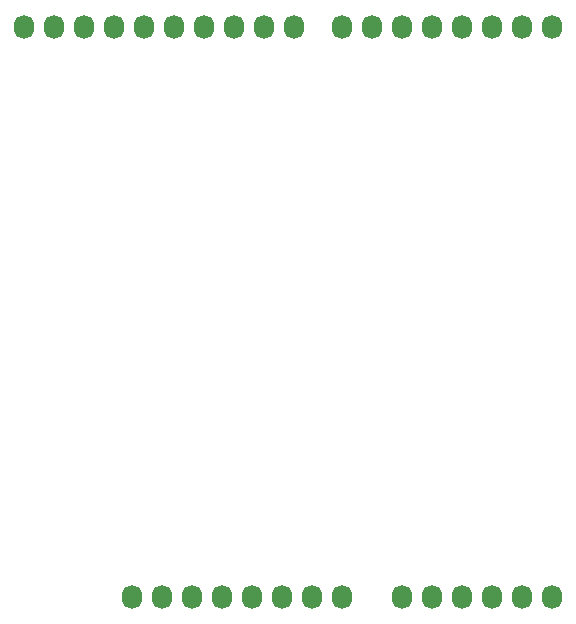
<source format=gbr>
%TF.GenerationSoftware,KiCad,Pcbnew,(5.1.9)-1*%
%TF.CreationDate,2021-05-10T14:35:49+02:00*%
%TF.ProjectId,Driverino-Shield,44726976-6572-4696-9e6f-2d536869656c,rev?*%
%TF.SameCoordinates,Original*%
%TF.FileFunction,Paste,Bot*%
%TF.FilePolarity,Positive*%
%FSLAX46Y46*%
G04 Gerber Fmt 4.6, Leading zero omitted, Abs format (unit mm)*
G04 Created by KiCad (PCBNEW (5.1.9)-1) date 2021-05-10 14:35:49*
%MOMM*%
%LPD*%
G01*
G04 APERTURE LIST*
%ADD10O,1.727200X2.032000*%
G04 APERTURE END LIST*
D10*
%TO.C,P3*%
X129794000Y-75565000D03*
X132334000Y-75565000D03*
X134874000Y-75565000D03*
X137414000Y-75565000D03*
X139954000Y-75565000D03*
X142494000Y-75565000D03*
X145034000Y-75565000D03*
X147574000Y-75565000D03*
X150114000Y-75565000D03*
X152654000Y-75565000D03*
%TD*%
%TO.C,P1*%
X138938000Y-123825000D03*
X141478000Y-123825000D03*
X144018000Y-123825000D03*
X146558000Y-123825000D03*
X149098000Y-123825000D03*
X151638000Y-123825000D03*
X154178000Y-123825000D03*
X156718000Y-123825000D03*
%TD*%
%TO.C,P2*%
X161798000Y-123825000D03*
X164338000Y-123825000D03*
X166878000Y-123825000D03*
X169418000Y-123825000D03*
X171958000Y-123825000D03*
X174498000Y-123825000D03*
%TD*%
%TO.C,P4*%
X156718000Y-75565000D03*
X159258000Y-75565000D03*
X161798000Y-75565000D03*
X164338000Y-75565000D03*
X166878000Y-75565000D03*
X169418000Y-75565000D03*
X171958000Y-75565000D03*
X174498000Y-75565000D03*
%TD*%
M02*

</source>
